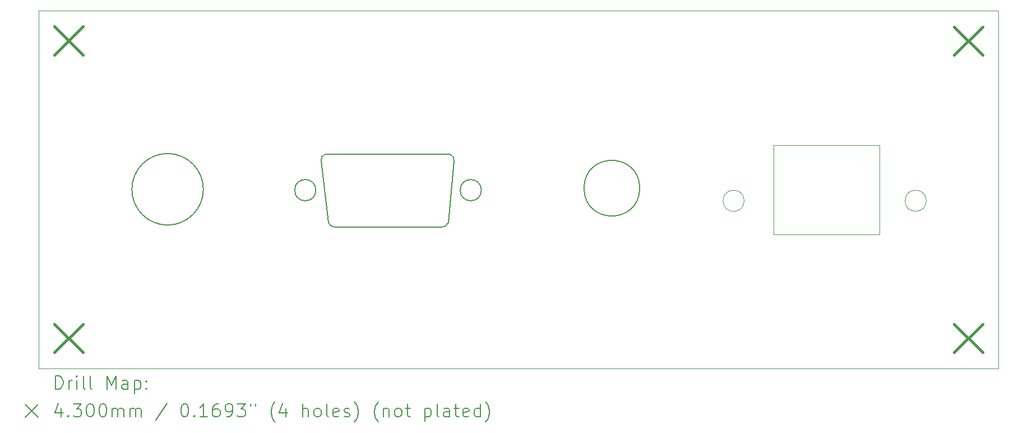
<source format=gbr>
%TF.GenerationSoftware,KiCad,Pcbnew,8.0.1*%
%TF.CreationDate,2025-08-11T12:06:45+02:00*%
%TF.ProjectId,SVX_Node_Case_back,5356585f-4e6f-4646-955f-436173655f62,rev?*%
%TF.SameCoordinates,Original*%
%TF.FileFunction,Drillmap*%
%TF.FilePolarity,Positive*%
%FSLAX45Y45*%
G04 Gerber Fmt 4.5, Leading zero omitted, Abs format (unit mm)*
G04 Created by KiCad (PCBNEW 8.0.1) date 2025-08-11 12:06:45*
%MOMM*%
%LPD*%
G01*
G04 APERTURE LIST*
%ADD10C,0.200000*%
%ADD11C,0.050000*%
%ADD12C,0.430000*%
G04 APERTURE END LIST*
D10*
X10541000Y-9697000D02*
G75*
G02*
X9461000Y-9697000I-540000J0D01*
G01*
X9461000Y-9697000D02*
G75*
G02*
X10541000Y-9697000I540000J0D01*
G01*
X14243974Y-10196681D02*
G75*
G02*
X14130000Y-10270002I-109984J45721D01*
G01*
D11*
X19150000Y-9030000D02*
X20750000Y-9030000D01*
X20750000Y-10380000D01*
X19150000Y-10380000D01*
X19150000Y-9030000D01*
D10*
X12319334Y-9270264D02*
G75*
G02*
X12376061Y-9169702I90936J14984D01*
G01*
X17131000Y-9680000D02*
G75*
G02*
X16291000Y-9680000I-420000J0D01*
G01*
X16291000Y-9680000D02*
G75*
G02*
X17131000Y-9680000I420000J0D01*
G01*
X12530000Y-10270000D02*
X14130000Y-10270000D01*
X14243974Y-10196681D02*
X14328000Y-9271000D01*
X14740000Y-9710000D02*
G75*
G02*
X14420000Y-9710000I-160000J0D01*
G01*
X14420000Y-9710000D02*
G75*
G02*
X14740000Y-9710000I160000J0D01*
G01*
X12376061Y-9169703D02*
X14270673Y-9170000D01*
X12240000Y-9710000D02*
G75*
G02*
X11920000Y-9710000I-160000J0D01*
G01*
X11920000Y-9710000D02*
G75*
G02*
X12240000Y-9710000I160000J0D01*
G01*
X12530000Y-10270000D02*
G75*
G02*
X12427380Y-10196745I7520J119040D01*
G01*
X14271000Y-9170000D02*
G75*
G02*
X14327729Y-9270561I-34210J-85580D01*
G01*
X12427377Y-10196747D02*
X12319334Y-9270264D01*
D11*
X18710000Y-9870000D02*
G75*
G02*
X18390000Y-9870000I-160000J0D01*
G01*
X18390000Y-9870000D02*
G75*
G02*
X18710000Y-9870000I160000J0D01*
G01*
X21460000Y-9870000D02*
G75*
G02*
X21140000Y-9870000I-160000J0D01*
G01*
X21140000Y-9870000D02*
G75*
G02*
X21460000Y-9870000I160000J0D01*
G01*
X8050000Y-7000000D02*
X22550000Y-7000000D01*
X22550000Y-12400000D01*
X8050000Y-12400000D01*
X8050000Y-7000000D01*
D10*
D12*
X8290000Y-7240000D02*
X8720000Y-7670000D01*
X8720000Y-7240000D02*
X8290000Y-7670000D01*
X8290000Y-11730000D02*
X8720000Y-12160000D01*
X8720000Y-11730000D02*
X8290000Y-12160000D01*
X21878000Y-11730000D02*
X22308000Y-12160000D01*
X22308000Y-11730000D02*
X21878000Y-12160000D01*
X21880000Y-7242500D02*
X22310000Y-7672500D01*
X22310000Y-7242500D02*
X21880000Y-7672500D01*
D10*
X8308277Y-12713984D02*
X8308277Y-12513984D01*
X8308277Y-12513984D02*
X8355896Y-12513984D01*
X8355896Y-12513984D02*
X8384467Y-12523508D01*
X8384467Y-12523508D02*
X8403515Y-12542555D01*
X8403515Y-12542555D02*
X8413039Y-12561603D01*
X8413039Y-12561603D02*
X8422563Y-12599698D01*
X8422563Y-12599698D02*
X8422563Y-12628269D01*
X8422563Y-12628269D02*
X8413039Y-12666365D01*
X8413039Y-12666365D02*
X8403515Y-12685412D01*
X8403515Y-12685412D02*
X8384467Y-12704460D01*
X8384467Y-12704460D02*
X8355896Y-12713984D01*
X8355896Y-12713984D02*
X8308277Y-12713984D01*
X8508277Y-12713984D02*
X8508277Y-12580650D01*
X8508277Y-12618746D02*
X8517801Y-12599698D01*
X8517801Y-12599698D02*
X8527324Y-12590174D01*
X8527324Y-12590174D02*
X8546372Y-12580650D01*
X8546372Y-12580650D02*
X8565420Y-12580650D01*
X8632086Y-12713984D02*
X8632086Y-12580650D01*
X8632086Y-12513984D02*
X8622563Y-12523508D01*
X8622563Y-12523508D02*
X8632086Y-12533031D01*
X8632086Y-12533031D02*
X8641610Y-12523508D01*
X8641610Y-12523508D02*
X8632086Y-12513984D01*
X8632086Y-12513984D02*
X8632086Y-12533031D01*
X8755896Y-12713984D02*
X8736848Y-12704460D01*
X8736848Y-12704460D02*
X8727324Y-12685412D01*
X8727324Y-12685412D02*
X8727324Y-12513984D01*
X8860658Y-12713984D02*
X8841610Y-12704460D01*
X8841610Y-12704460D02*
X8832086Y-12685412D01*
X8832086Y-12685412D02*
X8832086Y-12513984D01*
X9089229Y-12713984D02*
X9089229Y-12513984D01*
X9089229Y-12513984D02*
X9155896Y-12656841D01*
X9155896Y-12656841D02*
X9222563Y-12513984D01*
X9222563Y-12513984D02*
X9222563Y-12713984D01*
X9403515Y-12713984D02*
X9403515Y-12609222D01*
X9403515Y-12609222D02*
X9393991Y-12590174D01*
X9393991Y-12590174D02*
X9374944Y-12580650D01*
X9374944Y-12580650D02*
X9336848Y-12580650D01*
X9336848Y-12580650D02*
X9317801Y-12590174D01*
X9403515Y-12704460D02*
X9384467Y-12713984D01*
X9384467Y-12713984D02*
X9336848Y-12713984D01*
X9336848Y-12713984D02*
X9317801Y-12704460D01*
X9317801Y-12704460D02*
X9308277Y-12685412D01*
X9308277Y-12685412D02*
X9308277Y-12666365D01*
X9308277Y-12666365D02*
X9317801Y-12647317D01*
X9317801Y-12647317D02*
X9336848Y-12637793D01*
X9336848Y-12637793D02*
X9384467Y-12637793D01*
X9384467Y-12637793D02*
X9403515Y-12628269D01*
X9498753Y-12580650D02*
X9498753Y-12780650D01*
X9498753Y-12590174D02*
X9517801Y-12580650D01*
X9517801Y-12580650D02*
X9555896Y-12580650D01*
X9555896Y-12580650D02*
X9574944Y-12590174D01*
X9574944Y-12590174D02*
X9584467Y-12599698D01*
X9584467Y-12599698D02*
X9593991Y-12618746D01*
X9593991Y-12618746D02*
X9593991Y-12675888D01*
X9593991Y-12675888D02*
X9584467Y-12694936D01*
X9584467Y-12694936D02*
X9574944Y-12704460D01*
X9574944Y-12704460D02*
X9555896Y-12713984D01*
X9555896Y-12713984D02*
X9517801Y-12713984D01*
X9517801Y-12713984D02*
X9498753Y-12704460D01*
X9679705Y-12694936D02*
X9689229Y-12704460D01*
X9689229Y-12704460D02*
X9679705Y-12713984D01*
X9679705Y-12713984D02*
X9670182Y-12704460D01*
X9670182Y-12704460D02*
X9679705Y-12694936D01*
X9679705Y-12694936D02*
X9679705Y-12713984D01*
X9679705Y-12590174D02*
X9689229Y-12599698D01*
X9689229Y-12599698D02*
X9679705Y-12609222D01*
X9679705Y-12609222D02*
X9670182Y-12599698D01*
X9670182Y-12599698D02*
X9679705Y-12590174D01*
X9679705Y-12590174D02*
X9679705Y-12609222D01*
X7847500Y-12942500D02*
X8047500Y-13142500D01*
X8047500Y-12942500D02*
X7847500Y-13142500D01*
X8393991Y-13000650D02*
X8393991Y-13133984D01*
X8346372Y-12924460D02*
X8298753Y-13067317D01*
X8298753Y-13067317D02*
X8422563Y-13067317D01*
X8498753Y-13114936D02*
X8508277Y-13124460D01*
X8508277Y-13124460D02*
X8498753Y-13133984D01*
X8498753Y-13133984D02*
X8489229Y-13124460D01*
X8489229Y-13124460D02*
X8498753Y-13114936D01*
X8498753Y-13114936D02*
X8498753Y-13133984D01*
X8574944Y-12933984D02*
X8698753Y-12933984D01*
X8698753Y-12933984D02*
X8632086Y-13010174D01*
X8632086Y-13010174D02*
X8660658Y-13010174D01*
X8660658Y-13010174D02*
X8679705Y-13019698D01*
X8679705Y-13019698D02*
X8689229Y-13029222D01*
X8689229Y-13029222D02*
X8698753Y-13048269D01*
X8698753Y-13048269D02*
X8698753Y-13095888D01*
X8698753Y-13095888D02*
X8689229Y-13114936D01*
X8689229Y-13114936D02*
X8679705Y-13124460D01*
X8679705Y-13124460D02*
X8660658Y-13133984D01*
X8660658Y-13133984D02*
X8603515Y-13133984D01*
X8603515Y-13133984D02*
X8584467Y-13124460D01*
X8584467Y-13124460D02*
X8574944Y-13114936D01*
X8822563Y-12933984D02*
X8841610Y-12933984D01*
X8841610Y-12933984D02*
X8860658Y-12943508D01*
X8860658Y-12943508D02*
X8870182Y-12953031D01*
X8870182Y-12953031D02*
X8879705Y-12972079D01*
X8879705Y-12972079D02*
X8889229Y-13010174D01*
X8889229Y-13010174D02*
X8889229Y-13057793D01*
X8889229Y-13057793D02*
X8879705Y-13095888D01*
X8879705Y-13095888D02*
X8870182Y-13114936D01*
X8870182Y-13114936D02*
X8860658Y-13124460D01*
X8860658Y-13124460D02*
X8841610Y-13133984D01*
X8841610Y-13133984D02*
X8822563Y-13133984D01*
X8822563Y-13133984D02*
X8803515Y-13124460D01*
X8803515Y-13124460D02*
X8793991Y-13114936D01*
X8793991Y-13114936D02*
X8784467Y-13095888D01*
X8784467Y-13095888D02*
X8774944Y-13057793D01*
X8774944Y-13057793D02*
X8774944Y-13010174D01*
X8774944Y-13010174D02*
X8784467Y-12972079D01*
X8784467Y-12972079D02*
X8793991Y-12953031D01*
X8793991Y-12953031D02*
X8803515Y-12943508D01*
X8803515Y-12943508D02*
X8822563Y-12933984D01*
X9013039Y-12933984D02*
X9032086Y-12933984D01*
X9032086Y-12933984D02*
X9051134Y-12943508D01*
X9051134Y-12943508D02*
X9060658Y-12953031D01*
X9060658Y-12953031D02*
X9070182Y-12972079D01*
X9070182Y-12972079D02*
X9079705Y-13010174D01*
X9079705Y-13010174D02*
X9079705Y-13057793D01*
X9079705Y-13057793D02*
X9070182Y-13095888D01*
X9070182Y-13095888D02*
X9060658Y-13114936D01*
X9060658Y-13114936D02*
X9051134Y-13124460D01*
X9051134Y-13124460D02*
X9032086Y-13133984D01*
X9032086Y-13133984D02*
X9013039Y-13133984D01*
X9013039Y-13133984D02*
X8993991Y-13124460D01*
X8993991Y-13124460D02*
X8984467Y-13114936D01*
X8984467Y-13114936D02*
X8974944Y-13095888D01*
X8974944Y-13095888D02*
X8965420Y-13057793D01*
X8965420Y-13057793D02*
X8965420Y-13010174D01*
X8965420Y-13010174D02*
X8974944Y-12972079D01*
X8974944Y-12972079D02*
X8984467Y-12953031D01*
X8984467Y-12953031D02*
X8993991Y-12943508D01*
X8993991Y-12943508D02*
X9013039Y-12933984D01*
X9165420Y-13133984D02*
X9165420Y-13000650D01*
X9165420Y-13019698D02*
X9174944Y-13010174D01*
X9174944Y-13010174D02*
X9193991Y-13000650D01*
X9193991Y-13000650D02*
X9222563Y-13000650D01*
X9222563Y-13000650D02*
X9241610Y-13010174D01*
X9241610Y-13010174D02*
X9251134Y-13029222D01*
X9251134Y-13029222D02*
X9251134Y-13133984D01*
X9251134Y-13029222D02*
X9260658Y-13010174D01*
X9260658Y-13010174D02*
X9279705Y-13000650D01*
X9279705Y-13000650D02*
X9308277Y-13000650D01*
X9308277Y-13000650D02*
X9327325Y-13010174D01*
X9327325Y-13010174D02*
X9336848Y-13029222D01*
X9336848Y-13029222D02*
X9336848Y-13133984D01*
X9432086Y-13133984D02*
X9432086Y-13000650D01*
X9432086Y-13019698D02*
X9441610Y-13010174D01*
X9441610Y-13010174D02*
X9460658Y-13000650D01*
X9460658Y-13000650D02*
X9489229Y-13000650D01*
X9489229Y-13000650D02*
X9508277Y-13010174D01*
X9508277Y-13010174D02*
X9517801Y-13029222D01*
X9517801Y-13029222D02*
X9517801Y-13133984D01*
X9517801Y-13029222D02*
X9527325Y-13010174D01*
X9527325Y-13010174D02*
X9546372Y-13000650D01*
X9546372Y-13000650D02*
X9574944Y-13000650D01*
X9574944Y-13000650D02*
X9593991Y-13010174D01*
X9593991Y-13010174D02*
X9603515Y-13029222D01*
X9603515Y-13029222D02*
X9603515Y-13133984D01*
X9993991Y-12924460D02*
X9822563Y-13181603D01*
X10251134Y-12933984D02*
X10270182Y-12933984D01*
X10270182Y-12933984D02*
X10289229Y-12943508D01*
X10289229Y-12943508D02*
X10298753Y-12953031D01*
X10298753Y-12953031D02*
X10308277Y-12972079D01*
X10308277Y-12972079D02*
X10317801Y-13010174D01*
X10317801Y-13010174D02*
X10317801Y-13057793D01*
X10317801Y-13057793D02*
X10308277Y-13095888D01*
X10308277Y-13095888D02*
X10298753Y-13114936D01*
X10298753Y-13114936D02*
X10289229Y-13124460D01*
X10289229Y-13124460D02*
X10270182Y-13133984D01*
X10270182Y-13133984D02*
X10251134Y-13133984D01*
X10251134Y-13133984D02*
X10232087Y-13124460D01*
X10232087Y-13124460D02*
X10222563Y-13114936D01*
X10222563Y-13114936D02*
X10213039Y-13095888D01*
X10213039Y-13095888D02*
X10203515Y-13057793D01*
X10203515Y-13057793D02*
X10203515Y-13010174D01*
X10203515Y-13010174D02*
X10213039Y-12972079D01*
X10213039Y-12972079D02*
X10222563Y-12953031D01*
X10222563Y-12953031D02*
X10232087Y-12943508D01*
X10232087Y-12943508D02*
X10251134Y-12933984D01*
X10403515Y-13114936D02*
X10413039Y-13124460D01*
X10413039Y-13124460D02*
X10403515Y-13133984D01*
X10403515Y-13133984D02*
X10393991Y-13124460D01*
X10393991Y-13124460D02*
X10403515Y-13114936D01*
X10403515Y-13114936D02*
X10403515Y-13133984D01*
X10603515Y-13133984D02*
X10489229Y-13133984D01*
X10546372Y-13133984D02*
X10546372Y-12933984D01*
X10546372Y-12933984D02*
X10527325Y-12962555D01*
X10527325Y-12962555D02*
X10508277Y-12981603D01*
X10508277Y-12981603D02*
X10489229Y-12991127D01*
X10774944Y-12933984D02*
X10736848Y-12933984D01*
X10736848Y-12933984D02*
X10717801Y-12943508D01*
X10717801Y-12943508D02*
X10708277Y-12953031D01*
X10708277Y-12953031D02*
X10689229Y-12981603D01*
X10689229Y-12981603D02*
X10679706Y-13019698D01*
X10679706Y-13019698D02*
X10679706Y-13095888D01*
X10679706Y-13095888D02*
X10689229Y-13114936D01*
X10689229Y-13114936D02*
X10698753Y-13124460D01*
X10698753Y-13124460D02*
X10717801Y-13133984D01*
X10717801Y-13133984D02*
X10755896Y-13133984D01*
X10755896Y-13133984D02*
X10774944Y-13124460D01*
X10774944Y-13124460D02*
X10784468Y-13114936D01*
X10784468Y-13114936D02*
X10793991Y-13095888D01*
X10793991Y-13095888D02*
X10793991Y-13048269D01*
X10793991Y-13048269D02*
X10784468Y-13029222D01*
X10784468Y-13029222D02*
X10774944Y-13019698D01*
X10774944Y-13019698D02*
X10755896Y-13010174D01*
X10755896Y-13010174D02*
X10717801Y-13010174D01*
X10717801Y-13010174D02*
X10698753Y-13019698D01*
X10698753Y-13019698D02*
X10689229Y-13029222D01*
X10689229Y-13029222D02*
X10679706Y-13048269D01*
X10889229Y-13133984D02*
X10927325Y-13133984D01*
X10927325Y-13133984D02*
X10946372Y-13124460D01*
X10946372Y-13124460D02*
X10955896Y-13114936D01*
X10955896Y-13114936D02*
X10974944Y-13086365D01*
X10974944Y-13086365D02*
X10984468Y-13048269D01*
X10984468Y-13048269D02*
X10984468Y-12972079D01*
X10984468Y-12972079D02*
X10974944Y-12953031D01*
X10974944Y-12953031D02*
X10965420Y-12943508D01*
X10965420Y-12943508D02*
X10946372Y-12933984D01*
X10946372Y-12933984D02*
X10908277Y-12933984D01*
X10908277Y-12933984D02*
X10889229Y-12943508D01*
X10889229Y-12943508D02*
X10879706Y-12953031D01*
X10879706Y-12953031D02*
X10870182Y-12972079D01*
X10870182Y-12972079D02*
X10870182Y-13019698D01*
X10870182Y-13019698D02*
X10879706Y-13038746D01*
X10879706Y-13038746D02*
X10889229Y-13048269D01*
X10889229Y-13048269D02*
X10908277Y-13057793D01*
X10908277Y-13057793D02*
X10946372Y-13057793D01*
X10946372Y-13057793D02*
X10965420Y-13048269D01*
X10965420Y-13048269D02*
X10974944Y-13038746D01*
X10974944Y-13038746D02*
X10984468Y-13019698D01*
X11051134Y-12933984D02*
X11174944Y-12933984D01*
X11174944Y-12933984D02*
X11108277Y-13010174D01*
X11108277Y-13010174D02*
X11136849Y-13010174D01*
X11136849Y-13010174D02*
X11155896Y-13019698D01*
X11155896Y-13019698D02*
X11165420Y-13029222D01*
X11165420Y-13029222D02*
X11174944Y-13048269D01*
X11174944Y-13048269D02*
X11174944Y-13095888D01*
X11174944Y-13095888D02*
X11165420Y-13114936D01*
X11165420Y-13114936D02*
X11155896Y-13124460D01*
X11155896Y-13124460D02*
X11136849Y-13133984D01*
X11136849Y-13133984D02*
X11079706Y-13133984D01*
X11079706Y-13133984D02*
X11060658Y-13124460D01*
X11060658Y-13124460D02*
X11051134Y-13114936D01*
X11251134Y-12933984D02*
X11251134Y-12972079D01*
X11327325Y-12933984D02*
X11327325Y-12972079D01*
X11622563Y-13210174D02*
X11613039Y-13200650D01*
X11613039Y-13200650D02*
X11593991Y-13172079D01*
X11593991Y-13172079D02*
X11584468Y-13153031D01*
X11584468Y-13153031D02*
X11574944Y-13124460D01*
X11574944Y-13124460D02*
X11565420Y-13076841D01*
X11565420Y-13076841D02*
X11565420Y-13038746D01*
X11565420Y-13038746D02*
X11574944Y-12991127D01*
X11574944Y-12991127D02*
X11584468Y-12962555D01*
X11584468Y-12962555D02*
X11593991Y-12943508D01*
X11593991Y-12943508D02*
X11613039Y-12914936D01*
X11613039Y-12914936D02*
X11622563Y-12905412D01*
X11784468Y-13000650D02*
X11784468Y-13133984D01*
X11736848Y-12924460D02*
X11689229Y-13067317D01*
X11689229Y-13067317D02*
X11813039Y-13067317D01*
X12041610Y-13133984D02*
X12041610Y-12933984D01*
X12127325Y-13133984D02*
X12127325Y-13029222D01*
X12127325Y-13029222D02*
X12117801Y-13010174D01*
X12117801Y-13010174D02*
X12098753Y-13000650D01*
X12098753Y-13000650D02*
X12070182Y-13000650D01*
X12070182Y-13000650D02*
X12051134Y-13010174D01*
X12051134Y-13010174D02*
X12041610Y-13019698D01*
X12251134Y-13133984D02*
X12232087Y-13124460D01*
X12232087Y-13124460D02*
X12222563Y-13114936D01*
X12222563Y-13114936D02*
X12213039Y-13095888D01*
X12213039Y-13095888D02*
X12213039Y-13038746D01*
X12213039Y-13038746D02*
X12222563Y-13019698D01*
X12222563Y-13019698D02*
X12232087Y-13010174D01*
X12232087Y-13010174D02*
X12251134Y-13000650D01*
X12251134Y-13000650D02*
X12279706Y-13000650D01*
X12279706Y-13000650D02*
X12298753Y-13010174D01*
X12298753Y-13010174D02*
X12308277Y-13019698D01*
X12308277Y-13019698D02*
X12317801Y-13038746D01*
X12317801Y-13038746D02*
X12317801Y-13095888D01*
X12317801Y-13095888D02*
X12308277Y-13114936D01*
X12308277Y-13114936D02*
X12298753Y-13124460D01*
X12298753Y-13124460D02*
X12279706Y-13133984D01*
X12279706Y-13133984D02*
X12251134Y-13133984D01*
X12432087Y-13133984D02*
X12413039Y-13124460D01*
X12413039Y-13124460D02*
X12403515Y-13105412D01*
X12403515Y-13105412D02*
X12403515Y-12933984D01*
X12584468Y-13124460D02*
X12565420Y-13133984D01*
X12565420Y-13133984D02*
X12527325Y-13133984D01*
X12527325Y-13133984D02*
X12508277Y-13124460D01*
X12508277Y-13124460D02*
X12498753Y-13105412D01*
X12498753Y-13105412D02*
X12498753Y-13029222D01*
X12498753Y-13029222D02*
X12508277Y-13010174D01*
X12508277Y-13010174D02*
X12527325Y-13000650D01*
X12527325Y-13000650D02*
X12565420Y-13000650D01*
X12565420Y-13000650D02*
X12584468Y-13010174D01*
X12584468Y-13010174D02*
X12593991Y-13029222D01*
X12593991Y-13029222D02*
X12593991Y-13048269D01*
X12593991Y-13048269D02*
X12498753Y-13067317D01*
X12670182Y-13124460D02*
X12689230Y-13133984D01*
X12689230Y-13133984D02*
X12727325Y-13133984D01*
X12727325Y-13133984D02*
X12746372Y-13124460D01*
X12746372Y-13124460D02*
X12755896Y-13105412D01*
X12755896Y-13105412D02*
X12755896Y-13095888D01*
X12755896Y-13095888D02*
X12746372Y-13076841D01*
X12746372Y-13076841D02*
X12727325Y-13067317D01*
X12727325Y-13067317D02*
X12698753Y-13067317D01*
X12698753Y-13067317D02*
X12679706Y-13057793D01*
X12679706Y-13057793D02*
X12670182Y-13038746D01*
X12670182Y-13038746D02*
X12670182Y-13029222D01*
X12670182Y-13029222D02*
X12679706Y-13010174D01*
X12679706Y-13010174D02*
X12698753Y-13000650D01*
X12698753Y-13000650D02*
X12727325Y-13000650D01*
X12727325Y-13000650D02*
X12746372Y-13010174D01*
X12822563Y-13210174D02*
X12832087Y-13200650D01*
X12832087Y-13200650D02*
X12851134Y-13172079D01*
X12851134Y-13172079D02*
X12860658Y-13153031D01*
X12860658Y-13153031D02*
X12870182Y-13124460D01*
X12870182Y-13124460D02*
X12879706Y-13076841D01*
X12879706Y-13076841D02*
X12879706Y-13038746D01*
X12879706Y-13038746D02*
X12870182Y-12991127D01*
X12870182Y-12991127D02*
X12860658Y-12962555D01*
X12860658Y-12962555D02*
X12851134Y-12943508D01*
X12851134Y-12943508D02*
X12832087Y-12914936D01*
X12832087Y-12914936D02*
X12822563Y-12905412D01*
X13184468Y-13210174D02*
X13174944Y-13200650D01*
X13174944Y-13200650D02*
X13155896Y-13172079D01*
X13155896Y-13172079D02*
X13146372Y-13153031D01*
X13146372Y-13153031D02*
X13136849Y-13124460D01*
X13136849Y-13124460D02*
X13127325Y-13076841D01*
X13127325Y-13076841D02*
X13127325Y-13038746D01*
X13127325Y-13038746D02*
X13136849Y-12991127D01*
X13136849Y-12991127D02*
X13146372Y-12962555D01*
X13146372Y-12962555D02*
X13155896Y-12943508D01*
X13155896Y-12943508D02*
X13174944Y-12914936D01*
X13174944Y-12914936D02*
X13184468Y-12905412D01*
X13260658Y-13000650D02*
X13260658Y-13133984D01*
X13260658Y-13019698D02*
X13270182Y-13010174D01*
X13270182Y-13010174D02*
X13289230Y-13000650D01*
X13289230Y-13000650D02*
X13317801Y-13000650D01*
X13317801Y-13000650D02*
X13336849Y-13010174D01*
X13336849Y-13010174D02*
X13346372Y-13029222D01*
X13346372Y-13029222D02*
X13346372Y-13133984D01*
X13470182Y-13133984D02*
X13451134Y-13124460D01*
X13451134Y-13124460D02*
X13441611Y-13114936D01*
X13441611Y-13114936D02*
X13432087Y-13095888D01*
X13432087Y-13095888D02*
X13432087Y-13038746D01*
X13432087Y-13038746D02*
X13441611Y-13019698D01*
X13441611Y-13019698D02*
X13451134Y-13010174D01*
X13451134Y-13010174D02*
X13470182Y-13000650D01*
X13470182Y-13000650D02*
X13498753Y-13000650D01*
X13498753Y-13000650D02*
X13517801Y-13010174D01*
X13517801Y-13010174D02*
X13527325Y-13019698D01*
X13527325Y-13019698D02*
X13536849Y-13038746D01*
X13536849Y-13038746D02*
X13536849Y-13095888D01*
X13536849Y-13095888D02*
X13527325Y-13114936D01*
X13527325Y-13114936D02*
X13517801Y-13124460D01*
X13517801Y-13124460D02*
X13498753Y-13133984D01*
X13498753Y-13133984D02*
X13470182Y-13133984D01*
X13593992Y-13000650D02*
X13670182Y-13000650D01*
X13622563Y-12933984D02*
X13622563Y-13105412D01*
X13622563Y-13105412D02*
X13632087Y-13124460D01*
X13632087Y-13124460D02*
X13651134Y-13133984D01*
X13651134Y-13133984D02*
X13670182Y-13133984D01*
X13889230Y-13000650D02*
X13889230Y-13200650D01*
X13889230Y-13010174D02*
X13908277Y-13000650D01*
X13908277Y-13000650D02*
X13946373Y-13000650D01*
X13946373Y-13000650D02*
X13965420Y-13010174D01*
X13965420Y-13010174D02*
X13974944Y-13019698D01*
X13974944Y-13019698D02*
X13984468Y-13038746D01*
X13984468Y-13038746D02*
X13984468Y-13095888D01*
X13984468Y-13095888D02*
X13974944Y-13114936D01*
X13974944Y-13114936D02*
X13965420Y-13124460D01*
X13965420Y-13124460D02*
X13946373Y-13133984D01*
X13946373Y-13133984D02*
X13908277Y-13133984D01*
X13908277Y-13133984D02*
X13889230Y-13124460D01*
X14098753Y-13133984D02*
X14079706Y-13124460D01*
X14079706Y-13124460D02*
X14070182Y-13105412D01*
X14070182Y-13105412D02*
X14070182Y-12933984D01*
X14260658Y-13133984D02*
X14260658Y-13029222D01*
X14260658Y-13029222D02*
X14251134Y-13010174D01*
X14251134Y-13010174D02*
X14232087Y-13000650D01*
X14232087Y-13000650D02*
X14193992Y-13000650D01*
X14193992Y-13000650D02*
X14174944Y-13010174D01*
X14260658Y-13124460D02*
X14241611Y-13133984D01*
X14241611Y-13133984D02*
X14193992Y-13133984D01*
X14193992Y-13133984D02*
X14174944Y-13124460D01*
X14174944Y-13124460D02*
X14165420Y-13105412D01*
X14165420Y-13105412D02*
X14165420Y-13086365D01*
X14165420Y-13086365D02*
X14174944Y-13067317D01*
X14174944Y-13067317D02*
X14193992Y-13057793D01*
X14193992Y-13057793D02*
X14241611Y-13057793D01*
X14241611Y-13057793D02*
X14260658Y-13048269D01*
X14327325Y-13000650D02*
X14403515Y-13000650D01*
X14355896Y-12933984D02*
X14355896Y-13105412D01*
X14355896Y-13105412D02*
X14365420Y-13124460D01*
X14365420Y-13124460D02*
X14384468Y-13133984D01*
X14384468Y-13133984D02*
X14403515Y-13133984D01*
X14546373Y-13124460D02*
X14527325Y-13133984D01*
X14527325Y-13133984D02*
X14489230Y-13133984D01*
X14489230Y-13133984D02*
X14470182Y-13124460D01*
X14470182Y-13124460D02*
X14460658Y-13105412D01*
X14460658Y-13105412D02*
X14460658Y-13029222D01*
X14460658Y-13029222D02*
X14470182Y-13010174D01*
X14470182Y-13010174D02*
X14489230Y-13000650D01*
X14489230Y-13000650D02*
X14527325Y-13000650D01*
X14527325Y-13000650D02*
X14546373Y-13010174D01*
X14546373Y-13010174D02*
X14555896Y-13029222D01*
X14555896Y-13029222D02*
X14555896Y-13048269D01*
X14555896Y-13048269D02*
X14460658Y-13067317D01*
X14727325Y-13133984D02*
X14727325Y-12933984D01*
X14727325Y-13124460D02*
X14708277Y-13133984D01*
X14708277Y-13133984D02*
X14670182Y-13133984D01*
X14670182Y-13133984D02*
X14651134Y-13124460D01*
X14651134Y-13124460D02*
X14641611Y-13114936D01*
X14641611Y-13114936D02*
X14632087Y-13095888D01*
X14632087Y-13095888D02*
X14632087Y-13038746D01*
X14632087Y-13038746D02*
X14641611Y-13019698D01*
X14641611Y-13019698D02*
X14651134Y-13010174D01*
X14651134Y-13010174D02*
X14670182Y-13000650D01*
X14670182Y-13000650D02*
X14708277Y-13000650D01*
X14708277Y-13000650D02*
X14727325Y-13010174D01*
X14803515Y-13210174D02*
X14813039Y-13200650D01*
X14813039Y-13200650D02*
X14832087Y-13172079D01*
X14832087Y-13172079D02*
X14841611Y-13153031D01*
X14841611Y-13153031D02*
X14851134Y-13124460D01*
X14851134Y-13124460D02*
X14860658Y-13076841D01*
X14860658Y-13076841D02*
X14860658Y-13038746D01*
X14860658Y-13038746D02*
X14851134Y-12991127D01*
X14851134Y-12991127D02*
X14841611Y-12962555D01*
X14841611Y-12962555D02*
X14832087Y-12943508D01*
X14832087Y-12943508D02*
X14813039Y-12914936D01*
X14813039Y-12914936D02*
X14803515Y-12905412D01*
M02*

</source>
